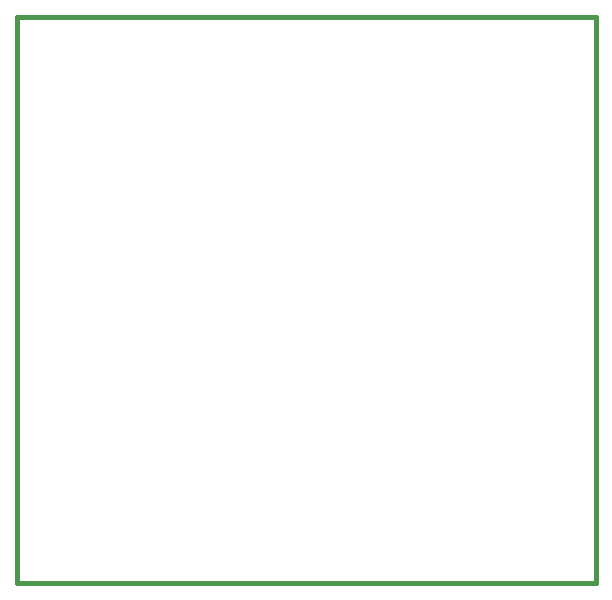
<source format=gbr>
G04 (created by PCBNEW-RS274X (2011-nov-30)-testing) date Mon 13 Aug 2012 02:38:31 PM CEST*
%MOIN*%
G04 Gerber Fmt 3.4, Leading zero omitted, Abs format*
%FSLAX34Y34*%
G01*
G70*
G90*
G04 APERTURE LIST*
%ADD10C,0.006*%
%ADD11C,0.015*%
G04 APERTURE END LIST*
G54D10*
G54D11*
X9449Y-23228D02*
X9449Y-42126D01*
X28740Y-23228D02*
X9449Y-23228D01*
X28740Y-42126D02*
X28740Y-23228D01*
X9449Y-42126D02*
X28740Y-42126D01*
M02*

</source>
